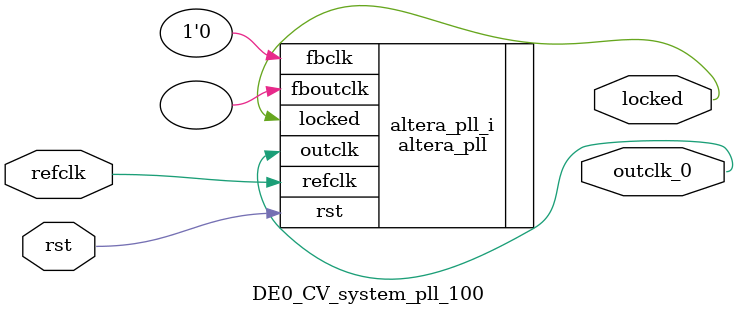
<source format=v>
`timescale 1ns/10ps
module  DE0_CV_system_pll_100(

	// interface 'refclk'
	input wire refclk,

	// interface 'reset'
	input wire rst,

	// interface 'outclk0'
	output wire outclk_0,

	// interface 'locked'
	output wire locked
);

	altera_pll #(
		.fractional_vco_multiplier("false"),
		.reference_clock_frequency("50.0 MHz"),
		.operation_mode("normal"),
		.number_of_clocks(1),
		.output_clock_frequency0("100.000000 MHz"),
		.phase_shift0("0 ps"),
		.duty_cycle0(50),
		.output_clock_frequency1("0 MHz"),
		.phase_shift1("0 ps"),
		.duty_cycle1(50),
		.output_clock_frequency2("0 MHz"),
		.phase_shift2("0 ps"),
		.duty_cycle2(50),
		.output_clock_frequency3("0 MHz"),
		.phase_shift3("0 ps"),
		.duty_cycle3(50),
		.output_clock_frequency4("0 MHz"),
		.phase_shift4("0 ps"),
		.duty_cycle4(50),
		.output_clock_frequency5("0 MHz"),
		.phase_shift5("0 ps"),
		.duty_cycle5(50),
		.output_clock_frequency6("0 MHz"),
		.phase_shift6("0 ps"),
		.duty_cycle6(50),
		.output_clock_frequency7("0 MHz"),
		.phase_shift7("0 ps"),
		.duty_cycle7(50),
		.output_clock_frequency8("0 MHz"),
		.phase_shift8("0 ps"),
		.duty_cycle8(50),
		.output_clock_frequency9("0 MHz"),
		.phase_shift9("0 ps"),
		.duty_cycle9(50),
		.output_clock_frequency10("0 MHz"),
		.phase_shift10("0 ps"),
		.duty_cycle10(50),
		.output_clock_frequency11("0 MHz"),
		.phase_shift11("0 ps"),
		.duty_cycle11(50),
		.output_clock_frequency12("0 MHz"),
		.phase_shift12("0 ps"),
		.duty_cycle12(50),
		.output_clock_frequency13("0 MHz"),
		.phase_shift13("0 ps"),
		.duty_cycle13(50),
		.output_clock_frequency14("0 MHz"),
		.phase_shift14("0 ps"),
		.duty_cycle14(50),
		.output_clock_frequency15("0 MHz"),
		.phase_shift15("0 ps"),
		.duty_cycle15(50),
		.output_clock_frequency16("0 MHz"),
		.phase_shift16("0 ps"),
		.duty_cycle16(50),
		.output_clock_frequency17("0 MHz"),
		.phase_shift17("0 ps"),
		.duty_cycle17(50),
		.pll_type("General"),
		.pll_subtype("General")
	) altera_pll_i (
		.rst	(rst),
		.outclk	({outclk_0}),
		.locked	(locked),
		.fboutclk	( ),
		.fbclk	(1'b0),
		.refclk	(refclk)
	);
endmodule


</source>
